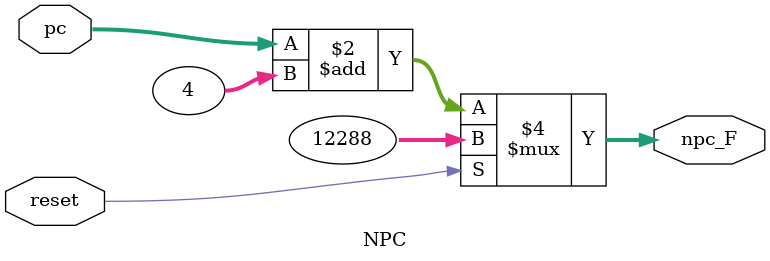
<source format=v>
`timescale 1ns / 1ps
module NPC(
    input [31:0] pc,
    output reg [31:0] npc_F,
	 input reset
    );
	
	always @ (*)			
			if(reset)
				npc_F=32'h0000_3000;
			else
				npc_F=pc+4;
		
endmodule

</source>
